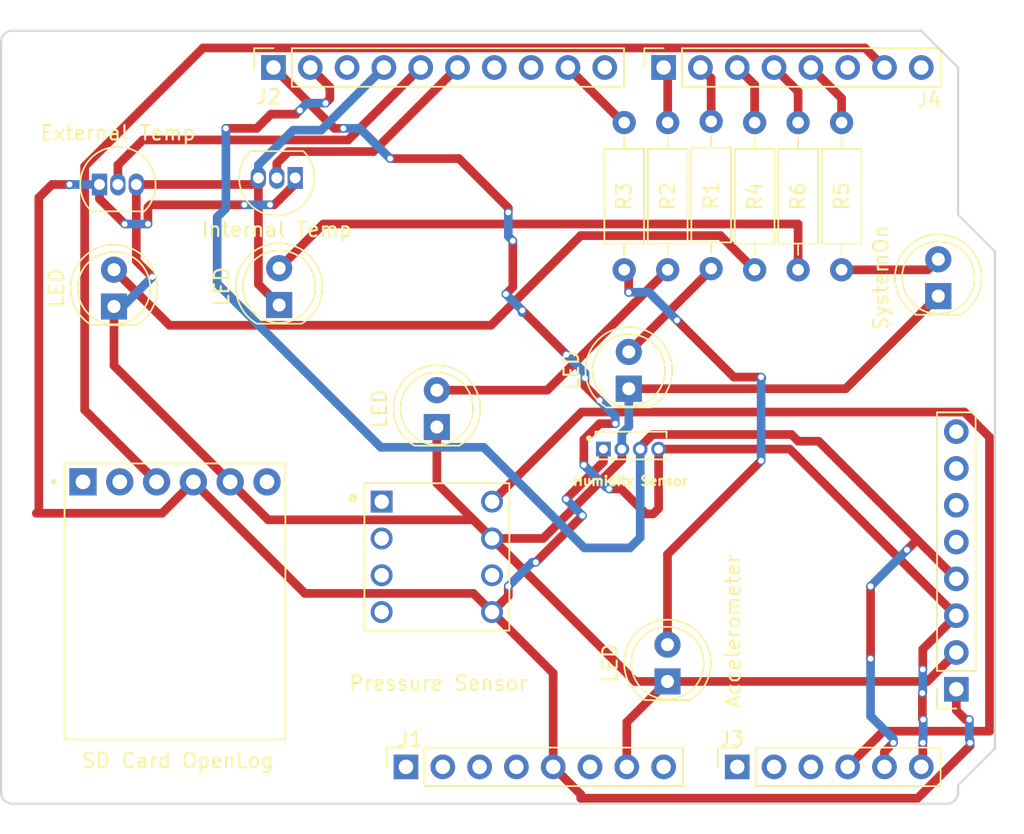
<source format=kicad_pcb>
(kicad_pcb (version 20240108) (generator "pcbnew") (generator_version "8.0")
  (title_block (date "mar. 31 mars 2015"))
  (layers (0 "F.Cu" signal) (31 "B.Cu" signal) (34 "B.Paste" user) (35 "F.Paste" user) (36 "B.SilkS" user "B.Silkscreen") (37 "F.SilkS" user "F.Silkscreen") (38 "B.Mask" user) (39 "F.Mask" user) (44 "Edge.Cuts" user))
  (net 0 "")
  (net 1 "GND")
  (net 3 "+5V")
  (net 4 "/IOREF")
  (net 5 "/A0")
  (net 6 "/A1")
  (net 7 "/A2")
  (net 8 "/A3")
  (net 9 "/13")
  (net 10 "/12")
  (net 11 "/AREF")
  (net 12 "/8")
  (net 13 "/7")
  (net 14 "/*11")
  (net 15 "/*10")
  (net 16 "/*9")
  (net 17 "/4")
  (net 18 "/2")
  (net 19 "/*6")
  (net 20 "/*5")
  (net 21 "/*3")
  (net 22 "/RX{slash}0")
  (net 23 "+3V3")
  (net 24 "VCC")
  (net 25 "/~{RESET}")
  (net 26 "Net-(D1-A)")
  (net 27 "Net-(D2-A)")
  (net 28 "Net-(D3-A)")
  (net 29 "Net-(D4-A)")
  (net 30 "Net-(D5-A)")
  (net 31 "Net-(D6-A)")
  (net 44 "/12C_SCL")
  (net 45 "/12C_SDA")
  (net 46 "/TX")
  (footprint "Connector_PinSocket_2.54mm:PinSocket_1x08_P2.54mm_Vertical" (layer "F.Cu") (at 127.94 97.46 90)
    (property "Reference" "J1" (hide yes))
    (property "Value" "Power")
    (fp_line (start 1.33 -1.33) (end 1.33 0) (stroke (width 0.12)) (layer "F.SilkS"))
    (fp_line (start 0 -1.33) (end 1.33 -1.33) (stroke (width 0.12)) (layer "F.SilkS"))
    (fp_line (start 1.33 1.27) (end 1.33 19.11) (stroke (width 0.12)) (layer "F.SilkS"))
    (fp_line (start -1.33 1.27) (end 1.33 1.27) (stroke (width 0.12)) (layer "F.SilkS"))
    (fp_line (start -1.33 1.27) (end -1.33 19.11) (stroke (width 0.12)) (layer "F.SilkS"))
    (fp_line (start -1.33 19.11) (end 1.33 19.11) (stroke (width 0.12)) (layer "F.SilkS"))
    (pad "1" thru_hole rect (at 0 0 90) (size 1.7 1.7) (drill 1) (layers "*.Cu" "*.Mask"))
    (pad "2" thru_hole oval (at 0 2.54 90) (size 1.7 1.7) (drill 1) (layers "*.Cu" "*.Mask") (net 4 "/IOREF"))
    (pad "3" thru_hole oval (at 0 5.08 90) (size 1.7 1.7) (drill 1) (layers "*.Cu" "*.Mask") (net 25 "/~{RESET}"))
    (pad "4" thru_hole oval (at 0 7.62 90) (size 1.7 1.7) (drill 1) (layers "*.Cu" "*.Mask") (net 23 "+3V3"))
    (pad "5" thru_hole oval (at 0 10.16 90) (size 1.7 1.7) (drill 1) (layers "*.Cu" "*.Mask") (net 3 "+5V"))
    (pad "6" thru_hole oval (at 0 12.7 90) (size 1.7 1.7) (drill 1) (layers "*.Cu" "*.Mask") (net 1 "GND"))
    (pad "7" thru_hole oval (at 0 15.24 90) (size 1.7 1.7) (drill 1) (layers "*.Cu" "*.Mask") (net 1 "GND"))
    (pad "8" thru_hole oval (at 0 17.78 90) (size 1.7 1.7) (drill 1) (layers "*.Cu" "*.Mask") (net 24 "VCC"))
  )
  (footprint "Connector_PinSocket_2.54mm:PinSocket_1x06_P2.54mm_Vertical" (layer "F.Cu") (at 150.8 97.46 90)
    (property "Reference" "J3" (hide yes))
    (property "Value" "Analog")
    (fp_line (start 1.33 -1.33) (end 1.33 0) (stroke (width 0.12)) (layer "F.SilkS"))
    (fp_line (start 0 -1.33) (end 1.33 -1.33) (stroke (width 0.12)) (layer "F.SilkS"))
    (fp_line (start 1.33 1.27) (end 1.33 14.03) (stroke (width 0.12)) (layer "F.SilkS"))
    (fp_line (start -1.33 1.27) (end 1.33 1.27) (stroke (width 0.12)) (layer "F.SilkS"))
    (fp_line (start -1.33 1.27) (end -1.33 14.03) (stroke (width 0.12)) (layer "F.SilkS"))
    (fp_line (start -1.33 14.03) (end 1.33 14.03) (stroke (width 0.12)) (layer "F.SilkS"))
    (pad "1" thru_hole rect (at 0 0 90) (size 1.7 1.7) (drill 1) (layers "*.Cu" "*.Mask") (net 5 "/A0"))
    (pad "2" thru_hole oval (at 0 2.54 90) (size 1.7 1.7) (drill 1) (layers "*.Cu" "*.Mask") (net 6 "/A1"))
    (pad "3" thru_hole oval (at 0 5.08 90) (size 1.7 1.7) (drill 1) (layers "*.Cu" "*.Mask") (net 7 "/A2"))
    (pad "4" thru_hole oval (at 0 7.62 90) (size 1.7 1.7) (drill 1) (layers "*.Cu" "*.Mask") (net 8 "/A3"))
    (pad "5" thru_hole oval (at 0 10.16 90) (size 1.7 1.7) (drill 1) (layers "*.Cu" "*.Mask") (net 45 "/12C_SDA"))
    (pad "6" thru_hole oval (at 0 12.7 90) (size 1.7 1.7) (drill 1) (layers "*.Cu" "*.Mask") (net 44 "/12C_SCL"))
  )
  (footprint "Connector_PinSocket_2.54mm:PinSocket_1x10_P2.54mm_Vertical" (layer "F.Cu") (at 118.796 49.2 90)
    (property "Reference" "J2" (hide yes))
    (property "Value" "Digital/PWM")
    (fp_line (start 1.33 -1.33) (end 1.33 0) (stroke (width 0.12)) (layer "F.SilkS"))
    (fp_line (start 0 -1.33) (end 1.33 -1.33) (stroke (width 0.12)) (layer "F.SilkS"))
    (fp_line (start 1.33 1.27) (end 1.33 24.19) (stroke (width 0.12)) (layer "F.SilkS"))
    (fp_line (start -1.33 1.27) (end 1.33 1.27) (stroke (width 0.12)) (layer "F.SilkS"))
    (fp_line (start -1.33 1.27) (end -1.33 24.19) (stroke (width 0.12)) (layer "F.SilkS"))
    (fp_line (start -1.33 24.19) (end 1.33 24.19) (stroke (width 0.12)) (layer "F.SilkS"))
    (pad "1" thru_hole rect (at 0 0 90) (size 1.7 1.7) (drill 1) (layers "*.Cu" "*.Mask") (net 44 "/12C_SCL"))
    (pad "2" thru_hole oval (at 0 2.54 90) (size 1.7 1.7) (drill 1) (layers "*.Cu" "*.Mask") (net 45 "/12C_SDA"))
    (pad "3" thru_hole oval (at 0 5.08 90) (size 1.7 1.7) (drill 1) (layers "*.Cu" "*.Mask") (net 11 "/AREF"))
    (pad "4" thru_hole oval (at 0 7.62 90) (size 1.7 1.7) (drill 1) (layers "*.Cu" "*.Mask") (net 1 "GND"))
    (pad "5" thru_hole oval (at 0 10.16 90) (size 1.7 1.7) (drill 1) (layers "*.Cu" "*.Mask") (net 9 "/13"))
    (pad "6" thru_hole oval (at 0 12.7 90) (size 1.7 1.7) (drill 1) (layers "*.Cu" "*.Mask") (net 10 "/12"))
    (pad "7" thru_hole oval (at 0 15.24 90) (size 1.7 1.7) (drill 1) (layers "*.Cu" "*.Mask") (net 14 "/*11"))
    (pad "8" thru_hole oval (at 0 17.78 90) (size 1.7 1.7) (drill 1) (layers "*.Cu" "*.Mask") (net 15 "/*10"))
    (pad "9" thru_hole oval (at 0 20.32 90) (size 1.7 1.7) (drill 1) (layers "*.Cu" "*.Mask") (net 16 "/*9"))
    (pad "10" thru_hole oval (at 0 22.86 90) (size 1.7 1.7) (drill 1) (layers "*.Cu" "*.Mask") (net 12 "/8"))
  )
  (footprint "Connector_PinSocket_2.54mm:PinSocket_1x08_P2.54mm_Vertical" (layer "F.Cu") (at 145.72 49.2 90)
    (property "Reference" "J4" (hide yes))
    (property "Value" "Digital/PWM")
    (fp_line (start 1.33 -1.33) (end 1.33 0) (stroke (width 0.12)) (layer "F.SilkS"))
    (fp_line (start 0 -1.33) (end 1.33 -1.33) (stroke (width 0.12)) (layer "F.SilkS"))
    (fp_line (start 1.33 1.27) (end 1.33 19.11) (stroke (width 0.12)) (layer "F.SilkS"))
    (fp_line (start -1.33 1.27) (end 1.33 1.27) (stroke (width 0.12)) (layer "F.SilkS"))
    (fp_line (start -1.33 1.27) (end -1.33 19.11) (stroke (width 0.12)) (layer "F.SilkS"))
    (fp_line (start -1.33 19.11) (end 1.33 19.11) (stroke (width 0.12)) (layer "F.SilkS"))
    (pad "1" thru_hole rect (at 0 0 90) (size 1.7 1.7) (drill 1) (layers "*.Cu" "*.Mask") (net 13 "/7"))
    (pad "2" thru_hole oval (at 0 2.54 90) (size 1.7 1.7) (drill 1) (layers "*.Cu" "*.Mask") (net 19 "/*6"))
    (pad "3" thru_hole oval (at 0 5.08 90) (size 1.7 1.7) (drill 1) (layers "*.Cu" "*.Mask") (net 20 "/*5"))
    (pad "4" thru_hole oval (at 0 7.62 90) (size 1.7 1.7) (drill 1) (layers "*.Cu" "*.Mask") (net 17 "/4"))
    (pad "5" thru_hole oval (at 0 10.16 90) (size 1.7 1.7) (drill 1) (layers "*.Cu" "*.Mask") (net 21 "/*3"))
    (pad "6" thru_hole oval (at 0 12.7 90) (size 1.7 1.7) (drill 1) (layers "*.Cu" "*.Mask") (net 18 "/2"))
    (pad "7" thru_hole oval (at 0 15.24 90) (size 1.7 1.7) (drill 1) (layers "*.Cu" "*.Mask") (net 46 "/TX"))
    (pad "8" thru_hole oval (at 0 17.78 90) (size 1.7 1.7) (drill 1) (layers "*.Cu" "*.Mask") (net 22 "/RX{slash}0"))
  )
  (footprint "Package_TO_SOT_THT:TO-92_Inline" (layer "F.Cu") (at 120.296283 56.817831 180)
    (property "Reference" "Internal Temp" (at 1.27 -3.56 0) (layer "F.SilkS"))
    (property "Value" "TSIC306-TO92")
    (fp_line (start -0.53 1.85) (end 3.07 1.85) (stroke (width 0.12)) (layer "F.SilkS"))
    (fp_arc (start 1.27 -2.6) (mid 3.672087 -0.994977) (end 3.108478 1.838478) (stroke (width 0.12)) (layer "F.SilkS"))
    (fp_arc (start -0.568478 1.838478) (mid -1.132087 -0.994977) (end 1.27 -2.6) (stroke (width 0.12)) (layer "F.SilkS"))
    (pad "1" thru_hole rect (at 0 0 180) (size 1.05 1.5) (drill 0.75) (layers "*.Cu" "*.Mask") (net 3 "+5V"))
    (pad "2" thru_hole oval (at 1.27 0 180) (size 1.05 1.5) (drill 0.75) (layers "*.Cu" "*.Mask") (net 10 "/12"))
    (pad "3" thru_hole oval (at 2.54 0 180) (size 1.05 1.5) (drill 0.75) (layers "*.Cu" "*.Mask") (net 1 "GND"))
  )
  (footprint "Resistor_THT:R_Axial_DIN0207_L6.3mm_D2.5mm_P10.16mm_Horizontal" (layer "F.Cu") (at 149 63.08 90)
    (property "Reference" "R1" (at 5.08 0 90) (layer "F.SilkS"))
    (property "Value" "330")
    (fp_line (start 8.35 -1.37) (end 1.81 -1.37) (stroke (width 0.12)) (layer "F.SilkS"))
    (fp_line (start 1.81 -1.37) (end 1.81 1.37) (stroke (width 0.12)) (layer "F.SilkS"))
    (fp_line (start 9.12 0) (end 8.35 0) (stroke (width 0.12)) (layer "F.SilkS"))
    (fp_line (start 1.04 0) (end 1.81 0) (stroke (width 0.12)) (layer "F.SilkS"))
    (fp_line (start 8.35 1.37) (end 8.35 -1.37) (stroke (width 0.12)) (layer "F.SilkS"))
    (fp_line (start 1.81 1.37) (end 8.35 1.37) (stroke (width 0.12)) (layer "F.SilkS"))
    (pad "1" thru_hole circle (at 0 0 90) (size 1.6 1.6) (drill 0.8) (layers "*.Cu" "*.Mask") (net 26 "Net-(D1-A)"))
    (pad "2" thru_hole oval (at 10.16 0 90) (size 1.6 1.6) (drill 0.8) (layers "*.Cu" "*.Mask") (net 19 "/*6"))
  )
  (footprint "LED_THT:LED_D5.0mm" (layer "F.Cu") (at 164.673272 64.973107 90)
    (property "Reference" "SystemOn" (at 1.27 -3.96 90) (layer "F.SilkS"))
    (property "Value" "LD271")
    (fp_line (start -1.29 -1.545) (end -1.29 1.545) (stroke (width 0.12)) (layer "F.SilkS"))
    (fp_arc (start -1.29 -1.54483) (mid 2.071756 -2.880501) (end 4.26 -0.000048) (stroke (width 0.12)) (layer "F.SilkS"))
    (fp_arc (start 4.26 0.000048) (mid 2.071756 2.880501) (end -1.29 1.54483) (stroke (width 0.12)) (layer "F.SilkS"))
    (fp_circle (center 1.27 0) (end 3.77 0) (stroke (width 0.12)) (fill none) (layer "F.SilkS"))
    (pad "1" thru_hole rect (at 0 0 90) (size 1.8 1.8) (drill 0.9) (layers "*.Cu" "*.Mask") (net 1 "GND"))
    (pad "2" thru_hole circle (at 2.54 0 90) (size 1.8 1.8) (drill 0.9) (layers "*.Cu" "*.Mask") (net 30 "Net-(D5-A)"))
  )
  (footprint "Connector_PinSocket_2.54mm:PinSocket_1x08_P2.54mm_Vertical" (layer "F.Cu") (at 165.916774 92.106631 180)
    (property "Reference" "Accelerometer" (at 15.412746 4.004602 90) (layer "F.SilkS"))
    (property "Value" "Conn_01x08")
    (fp_line (start 1.33 1.27) (end 1.33 19.11) (stroke (width 0.12)) (layer "F.SilkS"))
    (fp_line (start 1.33 -1.33) (end 1.33 0) (stroke (width 0.12)) (layer "F.SilkS"))
    (fp_line (start 0 -1.33) (end 1.33 -1.33) (stroke (width 0.12)) (layer "F.SilkS"))
    (fp_line (start -1.33 19.11) (end 1.33 19.11) (stroke (width 0.12)) (layer "F.SilkS"))
    (fp_line (start -1.33 1.27) (end 1.33 1.27) (stroke (width 0.12)) (layer "F.SilkS"))
    (fp_line (start -1.33 1.27) (end -1.33 19.11) (stroke (width 0.12)) (layer "F.SilkS"))
    (pad "1" thru_hole rect (at 0 0 180) (size 1.7 1.7) (drill 1) (layers "*.Cu" "*.Mask") (net 3 "+5V"))
    (pad "2" thru_hole oval (at 0 2.54 180) (size 1.7 1.7) (drill 1) (layers "*.Cu" "*.Mask") (net 1 "GND"))
    (pad "3" thru_hole oval (at 0 5.08 180) (size 1.7 1.7) (drill 1) (layers "*.Cu" "*.Mask") (net 44 "/12C_SCL"))
    (pad "4" thru_hole oval (at 0 7.62 180) (size 1.7 1.7) (drill 1) (layers "*.Cu" "*.Mask") (net 45 "/12C_SDA"))
    (pad "5" thru_hole oval (at 0 10.16 180) (size 1.7 1.7) (drill 1) (layers "*.Cu" "*.Mask"))
    (pad "6" thru_hole oval (at 0 12.7 180) (size 1.7 1.7) (drill 1) (layers "*.Cu" "*.Mask"))
    (pad "7" thru_hole oval (at 0 15.24 180) (size 1.7 1.7) (drill 1) (layers "*.Cu" "*.Mask"))
    (pad "8" thru_hole oval (at 0 17.78 180) (size 1.7 1.7) (drill 1) (layers "*.Cu" "*.Mask"))
  )
  (footprint "Resistor_THT:R_Axial_DIN0207_L6.3mm_D2.5mm_P10.16mm_Horizontal" (layer "F.Cu") (at 152 63.16 90)
    (property "Reference" "R4" (at 5.08 0 90) (layer "F.SilkS"))
    (property "Value" "330")
    (fp_line (start 8.35 -1.37) (end 1.81 -1.37) (stroke (width 0.12)) (layer "F.SilkS"))
    (fp_line (start 1.81 -1.37) (end 1.81 1.37) (stroke (width 0.12)) (layer "F.SilkS"))
    (fp_line (start 9.12 0) (end 8.35 0) (stroke (width 0.12)) (layer "F.SilkS"))
    (fp_line (start 1.04 0) (end 1.81 0) (stroke (width 0.12)) (layer "F.SilkS"))
    (fp_line (start 8.35 1.37) (end 8.35 -1.37) (stroke (width 0.12)) (layer "F.SilkS"))
    (fp_line (start 1.81 1.37) (end 8.35 1.37) (stroke (width 0.12)) (layer "F.SilkS"))
    (pad "1" thru_hole circle (at 0 0 90) (size 1.6 1.6) (drill 0.8) (layers "*.Cu" "*.Mask") (net 29 "Net-(D4-A)"))
    (pad "2" thru_hole oval (at 10.16 0 90) (size 1.6 1.6) (drill 0.8) (layers "*.Cu" "*.Mask") (net 20 "/*5"))
  )
  (footprint "LED_THT:LED_D5.0mm" (layer "F.Cu") (at 107.790943 65.691836 90)
    (property "Reference" "LED" (at 1.27 -3.96 90) (layer "F.SilkS"))
    (property "Value" "LD271")
    (fp_line (start -1.29 -1.545) (end -1.29 1.545) (stroke (width 0.12)) (layer "F.SilkS"))
    (fp_arc (start -1.29 -1.54483) (mid 2.071756 -2.880501) (end 4.26 -0.000048) (stroke (width 0.12)) (layer "F.SilkS"))
    (fp_arc (start 4.26 0.000048) (mid 2.071756 2.880501) (end -1.29 1.54483) (stroke (width 0.12)) (layer "F.SilkS"))
    (fp_circle (center 1.27 0) (end 3.77 0) (stroke (width 0.12)) (fill none) (layer "F.SilkS"))
    (pad "1" thru_hole rect (at 0 0 90) (size 1.8 1.8) (drill 0.9) (layers "*.Cu" "*.Mask") (net 1 "GND"))
    (pad "2" thru_hole circle (at 2.54 0 90) (size 1.8 1.8) (drill 0.9) (layers "*.Cu" "*.Mask") (net 29 "Net-(D4-A)"))
  )
  (footprint "LED_THT:LED_D5.0mm" (layer "F.Cu") (at 145.986298 91.56611 90)
    (property "Reference" "LED" (at 1.27 -3.96 90) (layer "F.SilkS"))
    (property "Value" "LD271")
    (fp_line (start -1.29 -1.545) (end -1.29 1.545) (stroke (width 0.12)) (layer "F.SilkS"))
    (fp_arc (start -1.29 -1.54483) (mid 2.071756 -2.880501) (end 4.26 -0.000048) (stroke (width 0.12)) (layer "F.SilkS"))
    (fp_arc (start 4.26 0.000048) (mid 2.071756 2.880501) (end -1.29 1.54483) (stroke (width 0.12)) (layer "F.SilkS"))
    (fp_circle (center 1.27 0) (end 3.77 0) (stroke (width 0.12)) (fill none) (layer "F.SilkS"))
    (pad "1" thru_hole rect (at 0 0 90) (size 1.8 1.8) (drill 0.9) (layers "*.Cu" "*.Mask") (net 1 "GND"))
    (pad "2" thru_hole circle (at 2.54 0 90) (size 1.8 1.8) (drill 0.9) (layers "*.Cu" "*.Mask") (net 28 "Net-(D3-A)"))
  )
  (footprint "Resistor_THT:R_Axial_DIN0207_L6.3mm_D2.5mm_P10.16mm_Horizontal" (layer "F.Cu") (at 143 63.16 90)
    (property "Reference" "R3" (at 5.08 0 90) (layer "F.SilkS"))
    (property "Value" "330")
    (fp_line (start 8.35 -1.37) (end 1.81 -1.37) (stroke (width 0.12)) (layer "F.SilkS"))
    (fp_line (start 1.81 -1.37) (end 1.81 1.37) (stroke (width 0.12)) (layer "F.SilkS"))
    (fp_line (start 9.12 0) (end 8.35 0) (stroke (width 0.12)) (layer "F.SilkS"))
    (fp_line (start 1.04 0) (end 1.81 0) (stroke (width 0.12)) (layer "F.SilkS"))
    (fp_line (start 8.35 1.37) (end 8.35 -1.37) (stroke (width 0.12)) (layer "F.SilkS"))
    (fp_line (start 1.81 1.37) (end 8.35 1.37) (stroke (width 0.12)) (layer "F.SilkS"))
    (pad "1" thru_hole circle (at 0 0 90) (size 1.6 1.6) (drill 0.8) (layers "*.Cu" "*.Mask") (net 28 "Net-(D3-A)"))
    (pad "2" thru_hole oval (at 10.16 0 90) (size 1.6 1.6) (drill 0.8) (layers "*.Cu" "*.Mask") (net 16 "/*9"))
  )
  (footprint "HIH8120-021-001:SIP191W41P127L490H390Q4" (layer "F.Cu") (at 143.468443 75.531954)
    (property "Reference" "Humidity Sensor" (at -0.049037 2.19983 0) (layer "F.SilkS") (effects (font (size 0.641535 0.641535))))
    (property "Value" "Conn_01x04")
    (fp_line (start -2.45 -1.2) (end 2.45 -1.2) (stroke (width 0.127)) (layer "F.SilkS"))
    (fp_line (start -2.45 -0.8) (end -2.45 -1.2) (stroke (width 0.127)) (layer "F.SilkS"))
    (fp_line (start -2.45 0.71) (end 2.45 0.71) (stroke (width 0.127)) (layer "F.SilkS"))
    (fp_line (start 2.45 -1.2) (end 2.45 -0.8) (stroke (width 0.127)) (layer "F.SilkS"))
    (fp_circle (center -2.9 -0.75) (end -2.8 -0.75) (stroke (width 0.2)) (fill none) (layer "F.SilkS"))
    (pad "1" thru_hole rect (at -1.905 0) (size 1.01 1.01) (drill 0.61) (layers "*.Cu" "*.Mask") (net 3 "+5V"))
    (pad "2" thru_hole circle (at -0.635 0) (size 1.01 1.01) (drill 0.61) (layers "*.Cu" "*.Mask") (net 1 "GND"))
    (pad "3" thru_hole circle (at 0.635 0) (size 1.01 1.01) (drill 0.61) (layers "*.Cu" "*.Mask") (net 45 "/12C_SDA"))
    (pad "4" thru_hole circle (at 1.905 0) (size 1.01 1.01) (drill 0.61) (layers "*.Cu" "*.Mask") (net 44 "/12C_SCL"))
  )
  (footprint "Resistor_THT:R_Axial_DIN0207_L6.3mm_D2.5mm_P10.16mm_Horizontal" (layer "F.Cu") (at 155 63.16 90)
    (property "Reference" "R6" (at 5.08 0 90) (layer "F.SilkS"))
    (property "Value" "330" (hide yes))
    (fp_line (start 8.35 -1.37) (end 1.81 -1.37) (stroke (width 0.12)) (layer "F.SilkS"))
    (fp_line (start 1.81 -1.37) (end 1.81 1.37) (stroke (width 0.12)) (layer "F.SilkS"))
    (fp_line (start 9.12 0) (end 8.35 0) (stroke (width 0.12)) (layer "F.SilkS"))
    (fp_line (start 1.04 0) (end 1.81 0) (stroke (width 0.12)) (layer "F.SilkS"))
    (fp_line (start 8.35 1.37) (end 8.35 -1.37) (stroke (width 0.12)) (layer "F.SilkS"))
    (fp_line (start 1.81 1.37) (end 8.35 1.37) (stroke (width 0.12)) (layer "F.SilkS"))
    (pad "1" thru_hole circle (at 0 0 90) (size 1.6 1.6) (drill 0.8) (layers "*.Cu" "*.Mask") (net 31 "Net-(D6-A)"))
    (pad "2" thru_hole oval (at 10.16 0 90) (size 1.6 1.6) (drill 0.8) (layers "*.Cu" "*.Mask") (net 17 "/4"))
  )
  (footprint "LED_THT:LED_D5.0mm" (layer "F.Cu") (at 119.187944 65.589161 90)
    (property "Reference" "LED" (at 1.27 -3.96 90) (layer "F.SilkS"))
    (property "Value" "LD271")
    (fp_line (start -1.29 -1.545) (end -1.29 1.545) (stroke (width 0.12)) (layer "F.SilkS"))
    (fp_arc (start -1.29 -1.54483) (mid 2.071756 -2.880501) (end 4.26 -0.000048) (stroke (width 0.12)) (layer "F.SilkS"))
    (fp_arc (start 4.26 0.000048) (mid 2.071756 2.880501) (end -1.29 1.54483) (stroke (width 0.12)) (layer "F.SilkS"))
    (fp_circle (center 1.27 0) (end 3.77 0) (stroke (width 0.12)) (fill none) (layer "F.SilkS"))
    (pad "1" thru_hole rect (at 0 0 90) (size 1.8 1.8) (drill 0.9) (layers "*.Cu" "*.Mask") (net 1 "GND"))
    (pad "2" thru_hole circle (at 2.54 0 90) (size 1.8 1.8) (drill 0.9) (layers "*.Cu" "*.Mask") (net 31 "Net-(D6-A)"))
  )
  (footprint "Custom:MODULE_DEV-13712" (layer "F.Cu") (at 112.000646 86.048515 180)
    (property "Reference" "SD Card OpenLog" (at -0.197581 -10.978968 0) (layer "F.SilkS"))
    (property "Value" "Conn_01x06")
    (fp_line (start 7.62 9.525) (end -7.62 9.525) (stroke (width 0.127)) (layer "F.SilkS"))
    (fp_line (start 7.62 -9.525) (end 7.62 9.525) (stroke (width 0.127)) (layer "F.SilkS"))
    (fp_line (start -7.62 9.525) (end -7.62 -9.525) (stroke (width 0.127)) (layer "F.SilkS"))
    (fp_line (start -7.62 -9.525) (end 7.62 -9.525) (stroke (width 0.127)) (layer "F.SilkS"))
    (fp_circle (center 8.37 8.255) (end 8.47 8.255) (stroke (width 0.2)) (fill none) (layer "F.SilkS"))
    (pad "1" thru_hole rect (at 6.35 8.255 180) (size 1.8796 1.8796) (drill 1.016) (layers "*.Cu" "*.Mask"))
    (pad "2" thru_hole circle (at 3.81 8.255 180) (size 1.8796 1.8796) (drill 1.016) (layers "*.Cu" "*.Mask"))
    (pad "3" thru_hole circle (at 1.27 8.255 180) (size 1.8796 1.8796) (drill 1.016) (layers "*.Cu" "*.Mask") (net 46 "/TX"))
    (pad "4" thru_hole circle (at -1.27 8.255 180) (size 1.8796 1.8796) (drill 1.016) (layers "*.Cu" "*.Mask") (net 3 "+5V"))
    (pad "5" thru_hole circle (at -3.81 8.255 180) (size 1.8796 1.8796) (drill 1.016) (layers "*.Cu" "*.Mask") (net 1 "GND"))
    (pad "6" thru_hole circle (at -6.35 8.255 180) (size 1.8796 1.8796) (drill 1.016) (layers "*.Cu" "*.Mask"))
  )
  (footprint "LED_THT:LED_D5.0mm" (layer "F.Cu") (at 143.31673 71.365892 90)
    (property "Reference" "LED" (at 1.27 -3.96 90) (layer "F.SilkS"))
    (property "Value" "LD271")
    (fp_line (start -1.29 -1.545) (end -1.29 1.545) (stroke (width 0.12)) (layer "F.SilkS"))
    (fp_arc (start -1.29 -1.54483) (mid 2.071756 -2.880501) (end 4.26 -0.000048) (stroke (width 0.12)) (layer "F.SilkS"))
    (fp_arc (start 4.26 0.000048) (mid 2.071756 2.880501) (end -1.29 1.54483) (stroke (width 0.12)) (layer "F.SilkS"))
    (fp_circle (center 1.27 0) (end 3.77 0) (stroke (width 0.12)) (fill none) (layer "F.SilkS"))
    (pad "1" thru_hole rect (at 0 0 90) (size 1.8 1.8) (drill 0.9) (layers "*.Cu" "*.Mask") (net 1 "GND"))
    (pad "2" thru_hole circle (at 2.54 0 90) (size 1.8 1.8) (drill 0.9) (layers "*.Cu" "*.Mask") (net 26 "Net-(D1-A)"))
  )
  (footprint "Package_TO_SOT_THT:TO-92_Inline" (layer "F.Cu") (at 106.791078 57.27243)
    (property "Reference" "External Temp" (at 1.27 -3.56 0) (layer "F.SilkS"))
    (property "Value" "TSIC306-TO92")
    (fp_line (start -0.53 1.85) (end 3.07 1.85) (stroke (width 0.12)) (layer "F.SilkS"))
    (fp_arc (start -0.568478 1.838478) (mid -1.132087 -0.994977) (end 1.27 -2.6) (stroke (width 0.12)) (layer "F.SilkS"))
    (fp_arc (start 1.27 -2.6) (mid 3.672087 -0.994977) (end 3.108478 1.838478) (stroke (width 0.12)) (layer "F.SilkS"))
    (pad "1" thru_hole rect (at 0 0) (size 1.05 1.5) (drill 0.75) (layers "*.Cu" "*.Mask") (net 3 "+5V"))
    (pad "2" thru_hole oval (at 1.27 0) (size 1.05 1.5) (drill 0.75) (layers "*.Cu" "*.Mask") (net 9 "/13"))
    (pad "3" thru_hole oval (at 2.54 0) (size 1.05 1.5) (drill 0.75) (layers "*.Cu" "*.Mask") (net 1 "GND"))
  )
  (footprint "LED_THT:LED_D5.0mm" (layer "F.Cu") (at 130.071567 74.008568 90)
    (property "Reference" "LED" (at 1.27 -3.96 90) (layer "F.SilkS"))
    (property "Value" "LD271")
    (fp_line (start -1.29 -1.545) (end -1.29 1.545) (stroke (width 0.12)) (layer "F.SilkS"))
    (fp_arc (start -1.29 -1.54483) (mid 2.071756 -2.880501) (end 4.26 -0.000048) (stroke (width 0.12)) (layer "F.SilkS"))
    (fp_arc (start 4.26 0.000048) (mid 2.071756 2.880501) (end -1.29 1.54483) (stroke (width 0.12)) (layer "F.SilkS"))
    (fp_circle (center 1.27 0) (end 3.77 0) (stroke (width 0.12)) (fill none) (layer "F.SilkS"))
    (pad "1" thru_hole rect (at 0 0 90) (size 1.8 1.8) (drill 0.9) (layers "*.Cu" "*.Mask") (net 1 "GND"))
    (pad "2" thru_hole circle (at 2.54 0 90) (size 1.8 1.8) (drill 0.9) (layers "*.Cu" "*.Mask") (net 27 "Net-(D2-A)"))
  )
  (footprint "1-2199298-2:TE_1-2199298-2" (layer "F.Cu") (at 130.071567 82.968244)
    (property "Reference" "Pressure Sensor" (at 0.102675 8.727434 0) (layer "F.SilkS") (effects (font (size 1.000386 1.000386))))
    (property "Value" "1-2199298-2")
    (fp_line (start -5 -5.08) (end 5 -5.08) (stroke (width 0.127)) (layer "F.SilkS"))
    (fp_line (start -5 5.08) (end -5 -5.08) (stroke (width 0.127)) (layer "F.SilkS"))
    (fp_line (start 5 -5.08) (end 5 5.08) (stroke (width 0.127)) (layer "F.SilkS"))
    (fp_line (start 5 5.08) (end -5 5.08) (stroke (width 0.127)) (layer "F.SilkS"))
    (fp_circle (center -5.8 -4.05) (end -5.6 -4.05) (stroke (width 0.2032)) (fill none) (layer "F.SilkS"))
    (pad "1" thru_hole rect (at -3.81 -3.81) (size 1.508 1.508) (drill 1) (layers "*.Cu" "*.Mask"))
    (pad "2" thru_hole circle (at -3.81 -1.27) (size 1.508 1.508) (drill 1) (layers "*.Cu" "*.Mask"))
    (pad "3" thru_hole circle (at -3.81 1.27) (size 1.508 1.508) (drill 1) (layers "*.Cu" "*.Mask"))
    (pad "4" thru_hole circle (at -3.81 3.81) (size 1.508 1.508) (drill 1) (layers "*.Cu" "*.Mask"))
    (pad "5" thru_hole circle (at 3.81 3.81) (size 1.508 1.508) (drill 1) (layers "*.Cu" "*.Mask") (net 3 "+5V"))
    (pad "6" thru_hole circle (at 3.81 1.27) (size 1.508 1.508) (drill 1) (layers "*.Cu" "*.Mask"))
    (pad "7" thru_hole circle (at 3.81 -1.27) (size 1.508 1.508) (drill 1) (layers "*.Cu" "*.Mask") (net 1 "GND"))
    (pad "8" thru_hole circle (at 3.81 -3.81) (size 1.508 1.508) (drill 1) (layers "*.Cu" "*.Mask") (net 8 "/A3"))
  )
  (footprint "Resistor_THT:R_Axial_DIN0207_L6.3mm_D2.5mm_P10.16mm_Horizontal" (layer "F.Cu") (at 158 63.16 90)
    (property "Reference" "R5" (at 5.08 0 90) (layer "F.SilkS"))
    (property "Value" "330" (hide yes))
    (fp_line (start 8.35 -1.37) (end 1.81 -1.37) (stroke (width 0.12)) (layer "F.SilkS"))
    (fp_line (start 1.81 -1.37) (end 1.81 1.37) (stroke (width 0.12)) (layer "F.SilkS"))
    (fp_line (start 9.12 0) (end 8.35 0) (stroke (width 0.12)) (layer "F.SilkS"))
    (fp_line (start 1.04 0) (end 1.81 0) (stroke (width 0.12)) (layer "F.SilkS"))
    (fp_line (start 8.35 1.37) (end 8.35 -1.37) (stroke (width 0.12)) (layer "F.SilkS"))
    (fp_line (start 1.81 1.37) (end 8.35 1.37) (stroke (width 0.12)) (layer "F.SilkS"))
    (pad "1" thru_hole circle (at 0 0 90) (size 1.6 1.6) (drill 0.8) (layers "*.Cu" "*.Mask") (net 30 "Net-(D5-A)"))
    (pad "2" thru_hole oval (at 10.16 0 90) (size 1.6 1.6) (drill 0.8) (layers "*.Cu" "*.Mask") (net 21 "/*3"))
  )
  (footprint "Resistor_THT:R_Axial_DIN0207_L6.3mm_D2.5mm_P10.16mm_Horizontal" (layer "F.Cu") (at 146 63.16 90)
    (property "Reference" "R2" (at 5.08 0 90) (layer "F.SilkS"))
    (property "Value" "330")
    (fp_line (start 8.35 -1.37) (end 1.81 -1.37) (stroke (width 0.12)) (layer "F.SilkS"))
    (fp_line (start 1.81 -1.37) (end 1.81 1.37) (stroke (width 0.12)) (layer "F.SilkS"))
    (fp_line (start 9.12 0) (end 8.35 0) (stroke (width 0.12)) (layer "F.SilkS"))
    (fp_line (start 1.04 0) (end 1.81 0) (stroke (width 0.12)) (layer "F.SilkS"))
    (fp_line (start 8.35 1.37) (end 8.35 -1.37) (stroke (width 0.12)) (layer "F.SilkS"))
    (fp_line (start 1.81 1.37) (end 8.35 1.37) (stroke (width 0.12)) (layer "F.SilkS"))
    (pad "1" thru_hole circle (at 0 0 90) (size 1.6 1.6) (drill 0.8) (layers "*.Cu" "*.Mask") (net 27 "Net-(D2-A)"))
    (pad "2" thru_hole oval (at 10.16 0 90) (size 1.6 1.6) (drill 0.8) (layers "*.Cu" "*.Mask") (net 13 "/7"))
  )
  (gr_line (start 166.04 59.36) (end 168.58 61.9) (stroke (width 0.15)) (layer "Edge.Cuts"))
  (gr_line (start 100 99.238) (end 100 47.422) (stroke (width 0.15)) (layer "Edge.Cuts"))
  (gr_line (start 168.58 61.9) (end 168.58 96.19) (stroke (width 0.15)) (layer "Edge.Cuts"))
  (gr_line (start 165.278 100) (end 100.762 100) (stroke (width 0.15)) (layer "Edge.Cuts"))
  (gr_line (start 100.762 46.66) (end 163.5 46.66) (stroke (width 0.15)) (layer "Edge.Cuts"))
  (gr_arc (start 100.762 100) (mid 100.223185 99.776815) (end 100 99.238) (stroke (width 0.15)) (layer "Edge.Cuts"))
  (gr_line (start 168.58 96.19) (end 166.04 98.73) (stroke (width 0.15)) (layer "Edge.Cuts"))
  (gr_line (start 163.5 46.66) (end 166.04 49.2) (stroke (width 0.15)) (layer "Edge.Cuts"))
  (gr_arc (start 166.04 99.238) (mid 165.816815 99.776815) (end 165.278 100) (stroke (width 0.15)) (layer "Edge.Cuts"))
  (gr_line (start 166.04 49.2) (end 166.04 59.36) (stroke (width 0.15)) (layer "Edge.Cuts"))
  (gr_line (start 166.04 98.73) (end 166.04 99.238) (stroke (width 0.15)) (layer "Edge.Cuts"))
  (gr_arc (start 100 47.422) (mid 100.223185 46.883185) (end 100.762 46.66) (stroke (width 0.15)) (layer "Edge.Cuts"))
  (gr_text "J3" (at 149.47 96.13 0) (layer "F.SilkS") (effects (font (size 1 1)) (justify left bottom)))
  (gr_text "J1" (at 127.275 96.13 0) (layer "F.SilkS") (effects (font (size 1 1)) (justify left bottom)))
  (gr_text "J2" (at 117.489571 51.807008 0) (layer "F.SilkS") (effects (font (size 1 1)) (justify left bottom)))
  (gr_text "J4" (at 163.0921 52.00879 0) (layer "F.SilkS") (effects (font (size 1 1)) (justify left bottom)))
  (segment (start 158.280487 71.365892) (end 164.673272 64.973107) (width 0.6) (layer "F.Cu") (net 1))
  (segment (start 109.331078 62.55217) (end 109.331078 57.27243) (width 0.6) (layer "F.Cu") (net 1))
  (segment (start 110.432683 63.653775) (end 109.331078 62.55217) (width 0.6) (layer "F.Cu") (net 1))
  (segment (start 142.833443 76.271954) (end 142.833443 75.531954) (width 0.6) (layer "F.Cu") (net 1))
  (segment (start 132.595567 80.412244) (end 118.429375 80.412244) (width 0.6) (layer "F.Cu") (net 1))
  (segment (start 133.881567 81.698244) (end 137.407153 81.698244) (width 0.6) (layer "F.Cu") (net 1))
  (segment (start 143.749433 91.56611) (end 133.881567 81.698244) (width 0.6) (layer "F.Cu") (net 1))
  (segment (start 109.331078 57.27243) (end 117.301684 57.27243) (width 0.6) (layer "F.Cu") (net 1))
  (segment (start 117.301684 57.27243) (end 117.756283 56.817831) (width 0.6) (layer "F.Cu") (net 1))
  (segment (start 143.18 97.46) (end 143.18 94.372408) (width 0.6) (layer "F.Cu") (net 1))
  (segment (start 130.071567 74.008568) (end 130.071567 77.888244) (width 0.6) (layer "F.Cu") (net 1))
  (segment (start 117.756283 64.1575) (end 117.756283 56.817831) (width 0.6) (layer "F.Cu") (net 1))
  (segment (start 118.429375 80.412244) (end 115.810646 77.793515) (width 0.6) (layer "F.Cu") (net 1))
  (segment (start 163.917295 91.56611) (end 165.916774 89.566631) (width 0.6) (layer "F.Cu") (net 1))
  (segment (start 137.407153 81.698244) (end 142.833443 76.271954) (width 0.6) (layer "F.Cu") (net 1))
  (segment (start 130.071567 77.888244) (end 133.881567 81.698244) (width 0.6) (layer "F.Cu") (net 1))
  (segment (start 145.986298 91.56611) (end 143.749433 91.56611) (width 0.6) (layer "F.Cu") (net 1))
  (segment (start 143.18 94.372408) (end 145.986298 91.56611) (width 0.6) (layer "F.Cu") (net 1))
  (segment (start 143.31673 71.365892) (end 158.280487 71.365892) (width 0.6) (layer "F.Cu") (net 1))
  (segment (start 119.187944 65.589161) (end 117.756283 64.1575) (width 0.6) (layer "F.Cu") (net 1))
  (segment (start 145.986298 91.56611) (end 163.917295 91.56611) (width 0.6) (layer "F.Cu") (net 1))
  (segment (start 133.881567 81.698244) (end 132.595567 80.412244) (width 0.6) (layer "F.Cu") (net 1))
  (segment (start 107.790943 69.773812) (end 115.810646 77.793515) (width 0.6) (layer "F.Cu") (net 1))
  (segment (start 107.790943 65.691836) (end 107.790943 69.773812) (width 0.6) (layer "F.Cu") (net 1))
  (via (at 110.432683 63.653775) (size 0.6) (drill 0.4) (layers "F.Cu" "B.Cu") (net 1))
  (segment (start 107.790943 65.691836) (end 108.394622 65.691836) (width 0.6) (layer "B.Cu") (net 1))
  (segment (start 120.146 53.528114) (end 122.087886 53.528114) (width 0.6) (layer "B.Cu") (net 1))
  (segment (start 143.31673 71.365892) (end 143.31673 73.975937) (width 0.6) (layer "B.Cu") (net 1))
  (segment (start 108.394622 65.691836) (end 110.432683 63.653775) (width 0.6) (layer "B.Cu") (net 1))
  (segment (start 142.833443 74.459224) (end 142.833443 75.531954) (width 0.6) (layer "B.Cu") (net 1))
  (segment (start 143.31673 73.975937) (end 142.833443 74.459224) (width 0.6) (layer "B.Cu") (net 1))
  (segment (start 122.087886 53.528114) (end 126.416 49.2) (width 0.6) (layer "B.Cu") (net 1))
  (segment (start 117.756283 56.817831) (end 117.756283 55.917831) (width 0.6) (layer "B.Cu") (net 1))
  (segment (start 117.756283 55.917831) (end 120.146 53.528114) (width 0.6) (layer "B.Cu") (net 1))
  (segment (start 136.657346 83.342654) (end 136.894115 83.342654) (width 0.6) (layer "F.Cu") (net 3))
  (segment (start 120.296283 57.2224) (end 118.844977 58.673706) (width 0.6) (layer "F.Cu") (net 3))
  (segment (start 133.881567 86.778244) (end 132.595567 85.492244) (width 0.6) (layer "F.Cu") (net 3))
  (segment (start 132.595567 85.492244) (end 120.969375 85.492244) (width 0.6) (layer "F.Cu") (net 3))
  (segment (start 166.868006 95.8) (end 166.868006 96.001183) (width 0.6) (layer "F.Cu") (net 3))
  (segment (start 108.531078 60.002493) (end 106.791078 58.262493) (width 0.6) (layer "F.Cu") (net 3))
  (segment (start 140 99.36) (end 138.1 97.46) (width 0.6) (layer "F.Cu") (net 3))
  (segment (start 166.558927 94.198784) (end 166.81793 94.198784) (width 0.6) (layer "F.Cu") (net 3))
  (segment (start 120.969375 85.492244) (end 113.270646 77.793515) (width 0.6) (layer "F.Cu") (net 3))
  (segment (start 141.563443 75.531954) (end 141.563443 76.410584) (width 0.6) (layer "F.Cu") (net 3))
  (segment (start 110.131078 58.847802) (end 110.131078 60) (width 0.6) (layer "F.Cu") (net 3))
  (segment (start 165.916774 92.106631) (end 165.916774 93.556631) (width 0.6) (layer "F.Cu") (net 3))
  (segment (start 102.603079 58.181646) (end 102.603079 79.795256) (width 0.6) (layer "F.Cu") (net 3))
  (segment (start 106.791078 58.262493) (end 106.791078 57.27243) (width 0.6) (layer "F.Cu") (net 3))
  (segment (start 120.296283 56.817831) (end 120.296283 57.2224) (width 0.6) (layer "F.Cu") (net 3))
  (segment (start 163.244189 99.625) (end 140 99.625) (width 0.6) (layer "F.Cu") (net 3))
  (segment (start 140.118384 80.118385) (end 136.894115 83.342654) (width 0.6) (layer "F.Cu") (net 3))
  (segment (start 138.1 90.996677) (end 133.881567 86.778244) (width 0.6) (layer "F.Cu") (net 3))
  (segment (start 140 99.625) (end 140 99.36) (width 0.6) (layer "F.Cu") (net 3))
  (segment (start 104.726451 57.27243) (end 103.512295 57.27243) (width 0.6) (layer "F.Cu") (net 3))
  (segment (start 111.1036 79.960561) (end 113.270646 77.793515) (width 0.6) (layer "F.Cu") (net 3))
  (segment (start 102.603079 79.795256) (end 102.437774 79.960561) (width 0.6) (layer "F.Cu") (net 3))
  (segment (start 138.1 97.46) (end 138.1 90.996677) (width 0.6) (layer "F.Cu") (net 3))
  (segment (start 165.916774 93.556631) (end 166.558927 94.198784) (width 0.6) (layer "F.Cu") (net 3))
  (segment (start 102.437774 79.960561) (end 111.1036 79.960561) (width 0.6) (layer "F.Cu") (net 3))
  (segment (start 110.305174 58.673706) (end 110.131078 58.847802) (width 0.6) (layer "F.Cu") (net 3))
  (segment (start 135 85) (end 135 85.659811) (width 0.6) (layer "F.Cu") (net 3))
  (segment (start 103.512295 57.27243) (end 102.603079 58.181646) (width 0.6) (layer "F.Cu") (net 3))
  (segment (start 141.563443 76.410584) (end 138.987013 78.987014) (width 0.6) (layer "F.Cu") (net 3))
  (segment (start 118.844977 58.673706) (end 118.556283 58.673706) (width 0.6) (layer "F.Cu") (net 3))
  (segment (start 116.792784 58.673706) (end 110.305174 58.673706) (width 0.6) (layer "F.Cu") (net 3))
  (segment (start 166.868006 96.001183) (end 163.244189 99.625) (width 0.6) (layer "F.Cu") (net 3))
  (segment (start 135 85.659811) (end 133.881567 86.778244) (width 0.6) (layer "F.Cu") (net 3))
  (segment (start 138.987013 78.987014) (end 138.987014 78.987014) (width 0.6) (layer "F.Cu") (net 3))
  (via (at 110.131078 60) (size 0.6) (drill 0.4) (layers "F.Cu" "B.Cu") (net 3))
  (via (at 116.792784 58.673706) (size 0.6) (drill 0.4) (layers "F.Cu" "B.Cu") (net 3))
  (via (at 140.118384 80.118385) (size 0.6) (drill 0.4) (layers "F.Cu" "B.Cu") (net 3))
  (via (at 166.81793 94.198784) (size 0.6) (drill 0.4) (layers "F.Cu" "B.Cu") (net 3))
  (via (at 166.868006 95.8) (size 0.6) (drill 0.4) (layers "F.Cu" "B.Cu") (net 3))
  (via (at 118.556283 58.673706) (size 0.6) (drill 0.4) (layers "F.Cu" "B.Cu") (net 3))
  (via (at 135 85) (size 0.6) (drill 0.4) (layers "F.Cu" "B.Cu") (net 3))
  (via (at 138.987013 78.987014) (size 0.6) (drill 0.4) (layers "F.Cu" "B.Cu") (net 3))
  (via (at 108.531078 60.002493) (size 0.6) (drill 0.4) (layers "F.Cu" "B.Cu") (net 3))
  (via (at 104.726451 57.27243) (size 0.6) (drill 0.4) (layers "F.Cu" "B.Cu") (net 3))
  (via (at 136.894115 83.342654) (size 0.6) (drill 0.4) (layers "F.Cu" "B.Cu") (net 3))
  (via (at 140.118384 80.118385) (size 0.6) (drill 0.4) (layers "F.Cu" "B.Cu") (net 3))
  (segment (start 110.131078 60) (end 108.692279 60) (width 0.6) (layer "B.Cu") (net 3))
  (segment (start 136.657346 83.342654) (end 135 85) (width 0.6) (layer "B.Cu") (net 3))
  (segment (start 166.81793 95.600911) (end 166.868006 95.650987) (width 0.6) (layer "B.Cu") (net 3))
  (segment (start 136.894115 83.342654) (end 136.657346 83.342654) (width 0.6) (layer "B.Cu") (net 3))
  (segment (start 108.689786 60.002493) (end 108.531078 60.002493) (width 0.6) (layer "B.Cu") (net 3))
  (segment (start 118.556283 58.673706) (end 117.183603 58.673706) (width 0.6) (layer "B.Cu") (net 3))
  (segment (start 108.692279 60) (end 108.689786 60.002493) (width 0.6) (layer "B.Cu") (net 3))
  (segment (start 166.81793 94.198784) (end 166.81793 95.600911) (width 0.6) (layer "B.Cu") (net 3))
  (segment (start 117.183603 58.673706) (end 116.792784 58.673706) (width 0.6) (layer "B.Cu") (net 3))
  (segment (start 106.791078 57.27243) (end 104.726451 57.27243) (width 0.6) (layer "B.Cu") (net 3))
  (segment (start 166.868006 95.650987) (end 166.868006 95.8) (width 0.6) (layer "B.Cu") (net 3))
  (segment (start 138.987013 78.987014) (end 140.118384 80.118385) (width 0.6) (layer "B.Cu") (net 3))
  (segment (start 104.694966 57.303915) (end 104.726451 57.27243) (width 0.6) (layer "B.Cu") (net 3))
  (segment (start 168.205 74.705668) (end 168.205 95) (width 0.6) (layer "F.Cu") (net 8))
  (segment (start 160.88 95) (end 158.42 97.46) (width 0.6) (layer "F.Cu") (net 8))
  (segment (start 168.205 95) (end 160.88 95) (width 0.6) (layer "F.Cu") (net 8))
  (segment (start 166.475963 72.976631) (end 168.205 74.705668) (width 0.6) (layer "F.Cu") (net 8))
  (segment (start 133.881567 79.158244) (end 140.06318 72.976631) (width 0.6) (layer "F.Cu") (net 8))
  (segment (start 140.06318 72.976631) (end 166.475963 72.976631) (width 0.6) (layer "F.Cu") (net 8))
  (segment (start 108.061078 57.27243) (end 108.061078 55.92243) (width 0.6) (layer "F.Cu") (net 9))
  (segment (start 123.956 54.2) (end 128.956 49.2) (width 0.6) (layer "F.Cu") (net 9))
  (segment (start 109.783508 54.2) (end 123.956 54.2) (width 0.6) (layer "F.Cu") (net 9))
  (segment (start 108.061078 55.92243) (end 109.783508 54.2) (width 0.6) (layer "F.Cu") (net 9))
  (segment (start 125.696 55) (end 131.496 49.2) (width 0.6) (layer "F.Cu") (net 10))
  (segment (start 119.839114 55) (end 125.696 55) (width 0.6) (layer "F.Cu") (net 10))
  (segment (start 119.026283 55.812831) (end 119.839114 55) (width 0.6) (layer "F.Cu") (net 10))
  (segment (start 119.026283 56.817831) (end 119.026283 55.812831) (width 0.6) (layer "F.Cu") (net 10))
  (segment (start 146 49.48) (end 145.72 49.2) (width 0.6) (layer "F.Cu") (net 13))
  (segment (start 146 53) (end 146 49.48) (width 0.6) (layer "F.Cu") (net 13))
  (segment (start 143 53) (end 142.916 53) (width 0.6) (layer "F.Cu") (net 16))
  (segment (start 142.916 53) (end 139.116 49.2) (width 0.6) (layer "F.Cu") (net 16))
  (segment (start 155 50.86) (end 153.34 49.2) (width 0.6) (layer "F.Cu") (net 17))
  (segment (start 155 53) (end 155 50.86) (width 0.6) (layer "F.Cu") (net 17))
  (segment (start 149 49.94) (end 148.26 49.2) (width 0.6) (layer "F.Cu") (net 19))
  (segment (start 149 52.92) (end 149 49.94) (width 0.6) (layer "F.Cu") (net 19))
  (segment (start 152 53) (end 152 50.4) (width 0.6) (layer "F.Cu") (net 20))
  (segment (start 152 50.4) (end 150.8 49.2) (width 0.6) (layer "F.Cu") (net 20))
  (segment (start 158 53) (end 158 51.32) (width 0.6) (layer "F.Cu") (net 21))
  (segment (start 158 51.32) (end 155.88 49.2) (width 0.6) (layer "F.Cu") (net 21))
  (segment (start 149 63.142622) (end 149 63.08) (width 0.6) (layer "F.Cu") (net 26))
  (segment (start 143.31673 68.825892) (end 149 63.142622) (width 0.6) (layer "F.Cu") (net 26))
  (segment (start 130.071567 71.468568) (end 137.691432 71.468568) (width 0.6) (layer "F.Cu") (net 27))
  (segment (start 137.691432 71.468568) (end 146 63.16) (width 0.6) (layer "F.Cu") (net 27))
  (segment (start 143.309189 63.469189) (end 143 63.16) (width 0.6) (layer "F.Cu") (net 28))
  (segment (start 143.309189 64.71944) (end 143.309189 63.469189) (width 0.6) (layer "F.Cu") (net 28))
  (segment (start 145.986298 89.02611) (end 145.986298 82.794511) (width 0.6) (layer "F.Cu") (net 28))
  (segment (start 150.565892 70.565892) (end 146.636996 66.636996) (width 0.6) (layer "F.Cu") (net 28))
  (segment (start 151.995038 76.785771) (end 152.448855 76.331954) (width 0.6) (layer "F.Cu") (net 28))
  (segment (start 152.448855 70.565892) (end 150.565892 70.565892) (width 0.6) (layer "F.Cu") (net 28))
  (segment (start 145.986298 82.794511) (end 151.995038 76.785771) (width 0.6) (layer "F.Cu") (net 28))
  (via (at 143.309189 64.71944) (size 0.6) (drill 0.4) (layers "F.Cu" "B.Cu") (net 28))
  (via (at 152.448855 76.331954) (size 0.6) (drill 0.4) (layers "F.Cu" "B.Cu") (net 28))
  (via (at 146.636996 66.636996) (size 0.6) (drill 0.4) (layers "F.Cu" "B.Cu") (net 28))
  (via (at 152.448855 70.565892) (size 0.6) (drill 0.4) (layers "F.Cu" "B.Cu") (net 28))
  (segment (start 144.704704 64.704704) (end 145 65) (width 0.6) (layer "B.Cu") (net 28))
  (segment (start 143.294453 64.704704) (end 143.309189 64.71944) (width 0.6) (layer "B.Cu") (net 28))
  (segment (start 152.493798 70.634402) (end 152.448855 70.589459) (width 0.6) (layer "B.Cu") (net 28))
  (segment (start 152.493798 70.634402) (end 152.448855 70.679345) (width 0.6) (layer "B.Cu") (net 28))
  (segment (start 146.636996 66.636996) (end 144.704704 64.704704) (width 0.6) (layer "B.Cu") (net 28))
  (segment (start 152.448855 70.589459) (end 152.448855 70.565892) (width 0.6) (layer "B.Cu") (net 28))
  (segment (start 144.704704 64.704704) (end 143.294453 64.704704) (width 0.6) (layer "B.Cu") (net 28))
  (segment (start 152.448855 76.331954) (end 152.448855 70.679345) (width 0.6) (layer "B.Cu") (net 28))
  (segment (start 111.628268 66.989161) (end 133.810839 66.989161) (width 0.6) (layer "F.Cu") (net 29))
  (segment (start 107.790943 63.151836) (end 111.628268 66.989161) (width 0.6) (layer "F.Cu") (net 29))
  (segment (start 149.64 60.8) (end 152 63.16) (width 0.6) (layer "F.Cu") (net 29))
  (segment (start 140 60.8) (end 149.64 60.8) (width 0.6) (layer "F.Cu") (net 29))
  (segment (start 133.810839 66.989161) (end 140 60.8) (width 0.6) (layer "F.Cu") (net 29))
  (segment (start 158 63.16) (end 163.946379 63.16) (width 0.6) (layer "F.Cu") (net 30))
  (segment (start 163.946379 63.16) (end 164.673272 62.433107) (width 0.6) (layer "F.Cu") (net 30))
  (segment (start 155 60) (end 155 63.16) (width 0.6) (layer "F.Cu") (net 31))
  (segment (start 122.237105 60) (end 155 60) (width 0.6) (layer "F.Cu") (net 31))
  (segment (start 119.187944 63.049161) (end 122.237105 60) (width 0.6) (layer "F.Cu") (net 31))
  (segment (start 154.422097 75.531954) (end 165.916774 87.026631) (width 0.6) (layer "F.Cu") (net 44))
  (segment (start 141.294752 72.176631) (end 141.310387 72.176631) (width 0.6) (layer "F.Cu") (net 44))
  (segment (start 135.31229 64.35634) (end 134.834315 64.834315) (width 0.6) (layer "F.Cu") (net 44))
  (segment (start 163.611195 94.2) (end 163.631606 94.2) (width 0.6) (layer "F.Cu") (net 44))
  (segment (start 142.77917 78.277512) (end 144.501658 80) (width 0.6) (layer "F.Cu") (net 44))
  (segment (start 140.213792 74.871605) (end 140.213792 76.628865) (width 0.6) (layer "F.Cu") (net 44))
  (segment (start 163.603041 97.356959) (end 163.5 97.46) (width 0.6) (layer "F.Cu") (net 44))
  (segment (start 145 80) (end 145.373443 79.626557) (width 0.6) (layer "F.Cu") (net 44))
  (segment (start 142.384665 73.776631) (end 141.308766 73.776631) (width 0.6) (layer "F.Cu") (net 44))
  (segment (start 126.845842 55.485842) (end 131.598132 55.485842) (width 0.6) (layer "F.Cu") (net 44))
  (segment (start 140.288512 70.620152) (end 140.288512 71.170391) (width 0.6) (layer "F.Cu") (net 44))
  (segment (start 163.603041 89.340364) (end 163.603041 90.73553) (width 0.6) (layer "F.Cu") (net 44))
  (segment (start 118.796 49.2) (end 122.996 53.4) (width 0.6) (layer "F.Cu") (net 44))
  (segment (start 145.373443 79.626557) (end 145.373443 75.531954) (width 0.6) (layer "F.Cu") (net 44))
  (segment (start 135 58.88771) (end 135 59.2) (width 0.6) (layer "F.Cu") (net 44))
  (segment (start 163.603041 95.8) (end 163.603041 97.356959) (width 0.6) (layer "F.Cu") (net 44))
  (segment (start 144.501658 80) (end 145 80) (width 0.6) (layer "F.Cu") (net 44))
  (segment (start 165.916774 87.026631) (end 163.603041 89.340364) (width 0.6) (layer "F.Cu") (net 44))
  (segment (start 145.373443 75.531954) (end 154.422097 75.531954) (width 0.6) (layer "F.Cu") (net 44))
  (segment (start 163.574477 94.163282) (end 163.611195 94.2) (width 0.6) (layer "F.Cu") (net 44))
  (segment (start 131.598132 55.485842) (end 135 58.88771) (width 0.6) (layer "F.Cu") (net 44))
  (segment (start 140.288512 71.170391) (end 141.294752 72.176631) (width 0.6) (layer "F.Cu") (net 44))
  (segment (start 135.31229 61.156765) (end 135.31229 64.35634) (width 0.6) (layer "F.Cu") (net 44))
  (segment (start 135.965686 65.965686) (end 139.014315 69.014315) (width 0.6) (layer "F.Cu") (net 44))
  (segment (start 122.996 53.4) (end 123.62463 53.4) (width 0.6) (layer "F.Cu") (net 44))
  (segment (start 141.959257 78.277512) (end 142.77917 78.277512) (width 0.6) (layer "F.Cu") (net 44))
  (segment (start 141.308766 73.776631) (end 140.213792 74.871605) (width 0.6) (layer "F.Cu") (net 44))
  (segment (start 163.574477 92.36611) (end 163.574477 94.163282) (width 0.6) (layer "F.Cu") (net 44))
  (via (at 139.014315 69.014315) (size 0.6) (drill 0.4) (layers "F.Cu" "B.Cu") (net 44))
  (via (at 140.288512 70.620152) (size 0.6) (drill 0.4) (layers "F.Cu" "B.Cu") (net 44))
  (via (at 123.62463 53.4) (size 0.6) (drill 0.4) (layers "F.Cu" "B.Cu") (net 44))
  (via (at 141.959257 78.277512) (size 0.6) (drill 0.4) (layers "F.Cu" "B.Cu") (net 44))
  (via (at 141.310387 72.176631) (size 0.6) (drill 0.4) (layers "F.Cu" "B.Cu") (net 44))
  (via (at 135 59.2) (size 0.6) (drill 0.4) (layers "F.Cu" "B.Cu") (net 44))
  (via (at 134.834315 64.834315) (size 0.6) (drill 0.4) (layers "F.Cu" "B.Cu") (net 44))
  (via (at 140.213792 76.628865) (size 0.6) (drill 0.4) (layers "F.Cu" "B.Cu") (net 44))
  (via (at 142.384665 73.776631) (size 0.6) (drill 0.4) (layers "F.Cu" "B.Cu") (net 44))
  (via (at 163.574477 92.36611) (size 0.6) (drill 0.4) (layers "F.Cu" "B.Cu") (net 44))
  (via (at 135.31229 61.156765) (size 0.6) (drill 0.4) (layers "F.Cu" "B.Cu") (net 44))
  (via (at 163.631606 94.2) (size 0.6) (drill 0.4) (layers "F.Cu" "B.Cu") (net 44))
  (via (at 163.603041 90.73553) (size 0.6) (drill 0.4) (layers "F.Cu" "B.Cu") (net 44))
  (via (at 163.603041 95.8) (size 0.6) (drill 0.4) (layers "F.Cu" "B.Cu") (net 44))
  (via (at 126.845842 55.485842) (size 0.6) (drill 0.4) (layers "F.Cu" "B.Cu") (net 44))
  (via (at 135.965686 65.965686) (size 0.6) (drill 0.4) (layers "F.Cu" "B.Cu") (net 44))
  (segment (start 163.574477 92.335147) (end 163.603041 92.306583) (width 0.6) (layer "B.Cu") (net 44))
  (segment (start 134.834315 64.834315) (end 135.951268 65.951268) (width 0.6) (layer "B.Cu") (net 44))
  (segment (start 135.951268 65.951268) (end 135.965686 65.965686) (width 0.6) (layer "B.Cu") (net 44))
  (segment (start 135 59.2) (end 135 60.844475) (width 0.6) (layer "B.Cu") (net 44))
  (segment (start 141.73561 78.150683) (end 141.832428 78.150683) (width 0.6) (layer "B.Cu") (net 44))
  (segment (start 124.76 53.4) (end 126.845842 55.485842) (width 0.6) (layer "B.Cu") (net 44))
  (segment (start 141.832428 78.150683) (end 141.959257 78.277512) (width 0.6) (layer "B.Cu") (net 44))
  (segment (start 163.603041 92.306583) (end 163.603041 90.73553) (width 0.6) (layer "B.Cu") (net 44))
  (segment (start 135.951268 65.951268) (end 135.951268 66.108839) (width 0.6) (layer "B.Cu") (net 44))
  (segment (start 163.603041 95.64864) (end 163.603041 95.8) (width 0.6) (layer "B.Cu") (net 44))
  (segment (start 140.213792 76.628865) (end 141.73561 78.150683) (width 0.6) (layer "B.Cu") (net 44))
  (segment (start 142.384665 73.250909) (end 142.384665 73.776631) (width 0.6) (layer "B.Cu") (net 44))
  (segment (start 141.310387 72.176631) (end 142.384665 73.250909) (width 0.6) (layer "B.Cu") (net 44))
  (segment (start 139.014315 69.014315) (end 140.288512 70.288512) (width 0.6) (layer "B.Cu") (net 44))
  (segment (start 135 60.844475) (end 135.31229 61.156765) (width 0.6) (layer "B.Cu") (net 44))
  (segment (start 123.62463 53.4) (end 124.76 53.4) (width 0.6) (layer "B.Cu") (net 44))
  (segment (start 163.631606 94.2) (end 163.631606 95.620075) (width 0.6) (layer "B.Cu") (net 44))
  (segment (start 163.631606 95.620075) (end 163.603041 95.64864) (width 0.6) (layer "B.Cu") (net 44))
  (segment (start 140.288512 70.288512) (end 140.288512 70.620152) (width 0.6) (layer "B.Cu") (net 44))
  (segment (start 163.574477 92.36611) (end 163.574477 92.335147) (width 0.6) (layer "B.Cu") (net 44))
  (segment (start 163.215071 81.784929) (end 165.916774 84.486631) (width 0.6) (layer "F.Cu") (net 45))
  (segment (start 160 85) (end 160 90) (width 0.6) (layer "F.Cu") (net 45))
  (segment (start 122.686 50.55) (end 122.686 51.359877) (width 0.6) (layer "F.Cu") (net 45))
  (segment (start 154.548468 74.526954) (end 155.010757 74.989243) (width 0.6) (layer "F.Cu") (net 45))
  (segment (start 163.215071 81.784929) (end 162.510756 82.489244) (width 0.6) (layer "F.Cu") (net 45))
  (segment (start 118.621824 52.420338) (end 117.642162 53.4) (width 0.6) (layer "F.Cu") (net 45))
  (segment (start 156.419386 74.989243) (end 163.215071 81.784929) (width 0.6) (layer "F.Cu") (net 45))
  (segment (start 122.686 51.359877) (end 122.386623 51.659254) (width 0.6) (layer "F.Cu") (net 45))
  (segment (start 121.336 49.2) (end 122.686 50.55) (width 0.6) (layer "F.Cu") (net 45))
  (segment (start 160.96 97.46) (end 160.96 96.414955) (width 0.6) (layer "F.Cu") (net 45))
  (segment (start 160.96 96.414955) (end 161.574955 95.8) (width 0.6) (layer "F.Cu") (net 45))
  (segment (start 117.642162 53.4) (end 115.512095 53.4) (width 0.6) (layer "F.Cu") (net 45))
  (segment (start 144.957158 74.526954) (end 154.548468 74.526954) (width 0.6) (layer "F.Cu") (net 45))
  (segment (start 120.619172 52.154543) (end 120.353377 52.420338) (width 0.6) (layer "F.Cu") (net 45))
  (segment (start 155.010757 74.989243) (end 156.419386 74.989243) (width 0.6) (layer "F.Cu") (net 45))
  (segment (start 120.353377 52.420338) (end 118.621824 52.420338) (width 0.6) (layer "F.Cu") (net 45))
  (segment (start 144.103443 75.380669) (end 144.957158 74.526954) (width 0.6) (layer "F.Cu") (net 45))
  (segment (start 144.103443 75.531954) (end 144.103443 75.380669) (width 0.6) (layer "F.Cu") (net 45))
  (via (at 122.386623 51.659254) (size 0.6) (drill 0.4) (layers "F.Cu" "B.Cu") (net 45))
  (via (at 160 90) (size 0.6) (drill 0.4) (layers "F.Cu" "B.Cu") (net 45))
  (via (at 120.619172 52.154543) (size 0.6) (drill 0.4) (layers "F.Cu" "B.Cu") (net 45))
  (via (at 160 85) (size 0.6) (drill 0.4) (layers "F.Cu" "B.Cu") (net 45))
  (via (at 161.574955 95.8) (size 0.6) (drill 0.4) (layers "F.Cu" "B.Cu") (net 45))
  (via (at 162.510756 82.489244) (size 0.6) (drill 0.4) (layers "F.Cu" "B.Cu") (net 45))
  (via (at 115.512095 53.4) (size 0.6) (drill 0.4) (layers "F.Cu" "B.Cu") (net 45))
  (via (at 160 85) (size 0.6) (drill 0.4) (layers "F.Cu" "B.Cu") (net 45))
  (segment (start 126.207351 75.408568) (end 133.305664 75.408568) (width 0.6) (layer "B.Cu") (net 45))
  (segment (start 140.248576 82.35148) (end 143.393643 82.35148) (width 0.6) (layer "B.Cu") (net 45))
  (segment (start 143.393643 82.35148) (end 144.103443 81.64168) (width 0.6) (layer "B.Cu") (net 45))
  (segment (start 133.305664 75.408568) (end 140.248576 82.35148) (width 0.6) (layer "B.Cu") (net 45))
  (segment (start 162.510756 82.489244) (end 160 85) (width 0.6) (layer "B.Cu") (net 45))
  (segment (start 114.911352 64.112569) (end 126.207351 75.408568) (width 0.6) (layer "B.Cu") (net 45))
  (segment (start 114.911352 59.523242) (end 114.911352 64.112569) (width 0.6) (layer "B.Cu") (net 45))
  (segment (start 160 93.959427) (end 161.574955 95.534382) (width 0.6) (layer "B.Cu") (net 45))
  (segment (start 161.574955 95.534382) (end 161.574955 95.8) (width 0.6) (layer "B.Cu") (net 45))
  (segment (start 115.512095 53.4) (end 115.512095 58.922499) (width 0.6) (layer "B.Cu") (net 45))
  (segment (start 144.103443 81.64168) (end 144.103443 75.531954) (width 0.6) (layer "B.Cu") (net 45))
  (segment (start 122.386623 51.659254) (end 121.114461 51.659254) (width 0.6) (layer "B.Cu") (net 45))
  (segment (start 160 90) (end 160 93.959427) (width 0.6) (layer "B.Cu") (net 45))
  (segment (start 121.114461 51.659254) (end 120.619172 52.154543) (width 0.6) (layer "B.Cu") (net 45))
  (segment (start 115.512095 58.922499) (end 114.911352 59.523242) (width 0.6) (layer "B.Cu") (net 45))
  (segment (start 105.766078 56.02243) (end 113.938508 47.85) (width 0.6) (layer "F.Cu") (net 46))
  (segment (start 159.61 47.85) (end 160.96 49.2) (width 0.6) (layer "F.Cu") (net 46))
  (segment (start 110.730646 77.793515) (end 105.766078 72.828947) (width 0.6) (layer "F.Cu") (net 46))
  (segment (start 105.766078 72.828947) (end 105.766078 56.02243) (width 0.6) (layer "F.Cu") (net 46))
  (segment (start 113.938508 47.85) (end 159.61 47.85) (width 0.6) (layer "F.Cu") (net 46))
)
</source>
